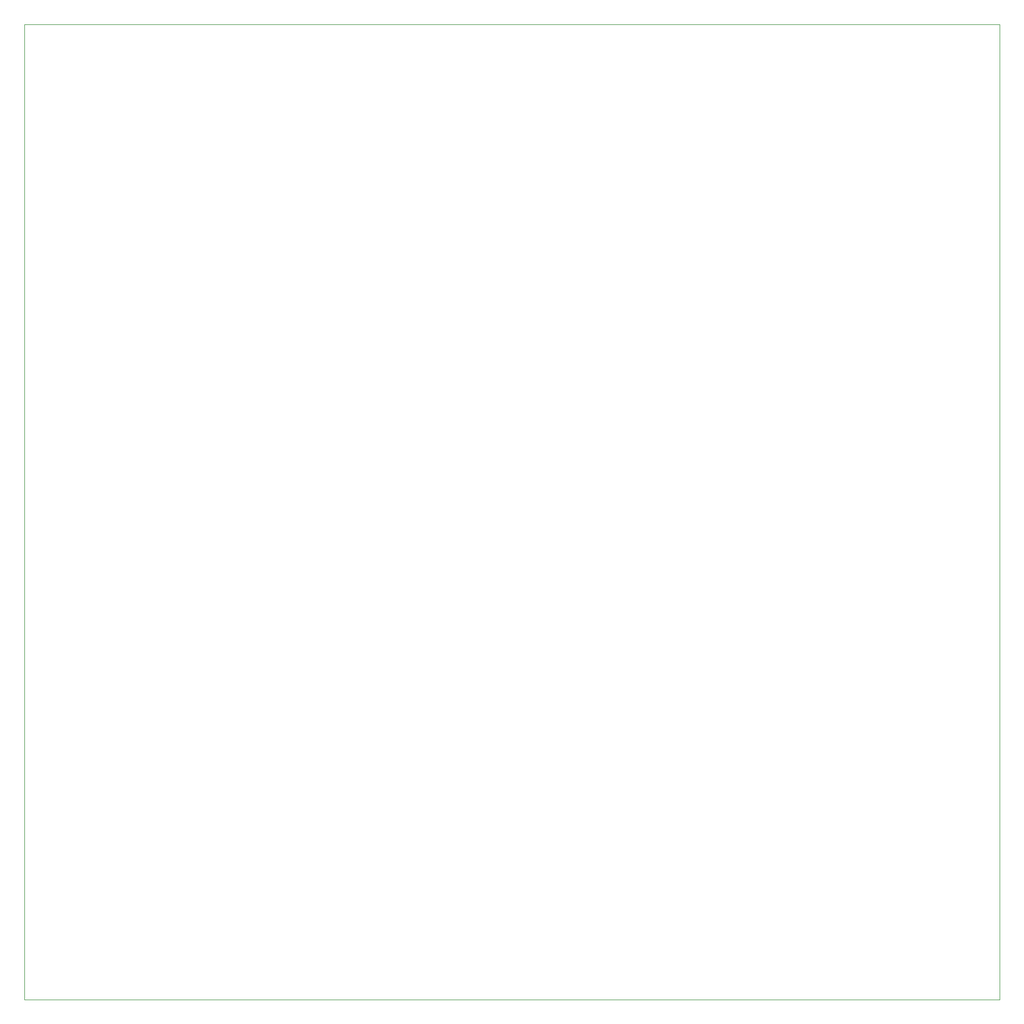
<source format=gm1>
%FSLAX25Y25*%
%MOIN*%
G70*
G01*
G75*
G04 Layer_Color=16711935*
%ADD10R,0.04500X0.05300*%
%ADD11R,0.05118X0.10630*%
%ADD12R,0.10630X0.05118*%
%ADD13O,0.00700X0.01400*%
%ADD14O,0.01400X0.00700*%
%ADD15R,0.01772X0.04134*%
%ADD16R,0.07000X0.03000*%
%ADD17C,0.04921*%
%ADD18R,0.03000X0.04100*%
%ADD19R,0.04100X0.03000*%
%ADD20R,0.06890X0.10433*%
%ADD21R,0.10433X0.06890*%
%ADD22R,0.06299X0.03150*%
%ADD23R,0.03000X0.07000*%
G04:AMPARAMS|DCode=24|XSize=43.31mil|YSize=39.37mil|CornerRadius=0mil|HoleSize=0mil|Usage=FLASHONLY|Rotation=0.000|XOffset=0mil|YOffset=0mil|HoleType=Round|Shape=RoundedRectangle|*
%AMROUNDEDRECTD24*
21,1,0.04331,0.03937,0,0,0.0*
21,1,0.04331,0.03937,0,0,0.0*
1,1,0.00000,0.02165,-0.01969*
1,1,0.00000,-0.02165,-0.01969*
1,1,0.00000,-0.02165,0.01969*
1,1,0.00000,0.02165,0.01969*
%
%ADD24ROUNDEDRECTD24*%
G04:AMPARAMS|DCode=25|XSize=118.11mil|YSize=61.02mil|CornerRadius=0mil|HoleSize=0mil|Usage=FLASHONLY|Rotation=90.000|XOffset=0mil|YOffset=0mil|HoleType=Round|Shape=RoundedRectangle|*
%AMROUNDEDRECTD25*
21,1,0.11811,0.06102,0,0,90.0*
21,1,0.11811,0.06102,0,0,90.0*
1,1,0.00000,0.03051,0.05906*
1,1,0.00000,0.03051,-0.05906*
1,1,0.00000,-0.03051,-0.05906*
1,1,0.00000,-0.03051,0.05906*
%
%ADD25ROUNDEDRECTD25*%
%ADD26R,0.09000X0.05000*%
%ADD27R,0.10000X0.15000*%
%ADD28R,0.10236X0.13976*%
%ADD29R,0.13976X0.10236*%
%ADD30R,0.07795X0.02087*%
G04:AMPARAMS|DCode=31|XSize=20.87mil|YSize=77.95mil|CornerRadius=0mil|HoleSize=0mil|Usage=FLASHONLY|Rotation=270.000|XOffset=0mil|YOffset=0mil|HoleType=Round|Shape=Octagon|*
%AMOCTAGOND31*
4,1,8,0.03898,0.00522,0.03898,-0.00522,0.03376,-0.01043,-0.03376,-0.01043,-0.03898,-0.00522,-0.03898,0.00522,-0.03376,0.01043,0.03376,0.01043,0.03898,0.00522,0.0*
%
%ADD31OCTAGOND31*%

%ADD32R,0.07874X0.21260*%
%ADD33R,0.10300X0.06200*%
%ADD34R,0.22000X0.21400*%
%ADD35R,0.10400X0.06200*%
%ADD36R,0.21260X0.07874*%
%ADD37R,0.06200X0.10300*%
%ADD38R,0.21400X0.22000*%
%ADD39R,0.06200X0.10400*%
%ADD40R,0.19685X0.02992*%
%ADD41R,0.17716X0.34646*%
%ADD42R,0.03150X0.06299*%
%ADD43R,0.05500X0.04500*%
%ADD44C,0.05000*%
%ADD45R,0.07800X0.07000*%
%ADD46R,0.07800X0.07000*%
%ADD47R,0.05906X0.05906*%
%ADD48R,0.05906X0.05906*%
G04:AMPARAMS|DCode=49|XSize=43.31mil|YSize=39.37mil|CornerRadius=0mil|HoleSize=0mil|Usage=FLASHONLY|Rotation=90.000|XOffset=0mil|YOffset=0mil|HoleType=Round|Shape=RoundedRectangle|*
%AMROUNDEDRECTD49*
21,1,0.04331,0.03937,0,0,90.0*
21,1,0.04331,0.03937,0,0,90.0*
1,1,0.00000,0.01969,0.02165*
1,1,0.00000,0.01969,-0.02165*
1,1,0.00000,-0.01969,-0.02165*
1,1,0.00000,-0.01969,0.02165*
%
%ADD49ROUNDEDRECTD49*%
%ADD50C,0.03500*%
%ADD51C,0.00787*%
%ADD52C,0.01000*%
%ADD53R,0.19000X0.12392*%
%ADD54R,0.22666X0.07400*%
%ADD55R,0.29000X0.26000*%
%ADD56R,0.48000X0.07000*%
%ADD57R,0.11000X0.11000*%
%ADD58R,0.24969X0.14000*%
%ADD59R,0.38642X0.24252*%
%ADD60C,0.15748*%
%ADD61C,0.11811*%
%ADD62C,0.09449*%
%ADD63C,0.33000*%
%ADD64C,0.05700*%
%ADD65R,0.07500X0.07500*%
%ADD66C,0.07500*%
%ADD67C,0.07874*%
%ADD68C,0.07677*%
%ADD69C,0.00600*%
%ADD70C,0.00800*%
%ADD71C,0.00787*%
%ADD72C,0.00500*%
%ADD73C,0.00700*%
%ADD74R,0.05300X0.06100*%
%ADD75R,0.05918X0.11430*%
%ADD76R,0.11430X0.05918*%
%ADD77R,0.02572X0.04934*%
%ADD78R,0.07800X0.03800*%
%ADD79C,0.12795*%
%ADD80R,0.03800X0.04900*%
%ADD81R,0.04900X0.03800*%
%ADD82R,0.07690X0.11233*%
%ADD83R,0.11233X0.07690*%
%ADD84R,0.07099X0.03950*%
%ADD85R,0.03800X0.07800*%
G04:AMPARAMS|DCode=86|XSize=51.31mil|YSize=47.37mil|CornerRadius=0mil|HoleSize=0mil|Usage=FLASHONLY|Rotation=0.000|XOffset=0mil|YOffset=0mil|HoleType=Round|Shape=RoundedRectangle|*
%AMROUNDEDRECTD86*
21,1,0.05131,0.04737,0,0,0.0*
21,1,0.05131,0.04737,0,0,0.0*
1,1,0.00000,0.02565,-0.02369*
1,1,0.00000,-0.02565,-0.02369*
1,1,0.00000,-0.02565,0.02369*
1,1,0.00000,0.02565,0.02369*
%
%ADD86ROUNDEDRECTD86*%
G04:AMPARAMS|DCode=87|XSize=126.11mil|YSize=69.02mil|CornerRadius=0mil|HoleSize=0mil|Usage=FLASHONLY|Rotation=90.000|XOffset=0mil|YOffset=0mil|HoleType=Round|Shape=RoundedRectangle|*
%AMROUNDEDRECTD87*
21,1,0.12611,0.06902,0,0,90.0*
21,1,0.12611,0.06902,0,0,90.0*
1,1,0.00000,0.03451,0.06306*
1,1,0.00000,0.03451,-0.06306*
1,1,0.00000,-0.03451,-0.06306*
1,1,0.00000,-0.03451,0.06306*
%
%ADD87ROUNDEDRECTD87*%
%ADD88R,0.09800X0.05800*%
%ADD89R,0.10800X0.15800*%
%ADD90R,0.11036X0.14776*%
%ADD91R,0.14776X0.11036*%
%ADD92R,0.08595X0.02887*%
G04:AMPARAMS|DCode=93|XSize=28.87mil|YSize=85.95mil|CornerRadius=0mil|HoleSize=0mil|Usage=FLASHONLY|Rotation=270.000|XOffset=0mil|YOffset=0mil|HoleType=Round|Shape=Octagon|*
%AMOCTAGOND93*
4,1,8,0.04298,0.00722,0.04298,-0.00722,0.03576,-0.01443,-0.03576,-0.01443,-0.04298,-0.00722,-0.04298,0.00722,-0.03576,0.01443,0.03576,0.01443,0.04298,0.00722,0.0*
%
%ADD93OCTAGOND93*%

%ADD94R,0.08674X0.22060*%
%ADD95R,0.11100X0.07000*%
%ADD96R,0.22800X0.22200*%
%ADD97R,0.11200X0.07000*%
%ADD98R,0.22060X0.08674*%
%ADD99R,0.07000X0.11100*%
%ADD100R,0.22200X0.22800*%
%ADD101R,0.07000X0.11200*%
%ADD102R,0.20485X0.03792*%
%ADD103R,0.18517X0.35446*%
%ADD104R,0.03950X0.07099*%
%ADD105R,0.06300X0.05300*%
%ADD106R,0.08600X0.07800*%
%ADD107R,0.08600X0.07800*%
%ADD108R,0.06706X0.06706*%
%ADD109R,0.06706X0.06706*%
G04:AMPARAMS|DCode=110|XSize=51.31mil|YSize=47.37mil|CornerRadius=0mil|HoleSize=0mil|Usage=FLASHONLY|Rotation=90.000|XOffset=0mil|YOffset=0mil|HoleType=Round|Shape=RoundedRectangle|*
%AMROUNDEDRECTD110*
21,1,0.05131,0.04737,0,0,90.0*
21,1,0.05131,0.04737,0,0,90.0*
1,1,0.00000,0.02369,0.02565*
1,1,0.00000,0.02369,-0.02565*
1,1,0.00000,-0.02369,-0.02565*
1,1,0.00000,-0.02369,0.02565*
%
%ADD110ROUNDEDRECTD110*%
%ADD111C,0.00800*%
%ADD112R,0.00800X0.00800*%
%ADD113C,0.16548*%
%ADD114C,0.12611*%
%ADD115R,0.01000X0.01000*%
%ADD116C,0.01000*%
%ADD117C,0.09049*%
%ADD118C,0.06500*%
%ADD119R,0.08300X0.08300*%
%ADD120C,0.08300*%
%ADD121C,0.08674*%
%ADD122C,0.08477*%
%ADD123R,0.08500X0.08500*%
%ADD124C,0.08500*%
%ADD125C,0.00100*%
D125*
X-300000Y-300000D02*
X300000D01*
Y300000D01*
X-300000D02*
X300000D01*
X-300000Y-300000D02*
Y300000D01*
M02*

</source>
